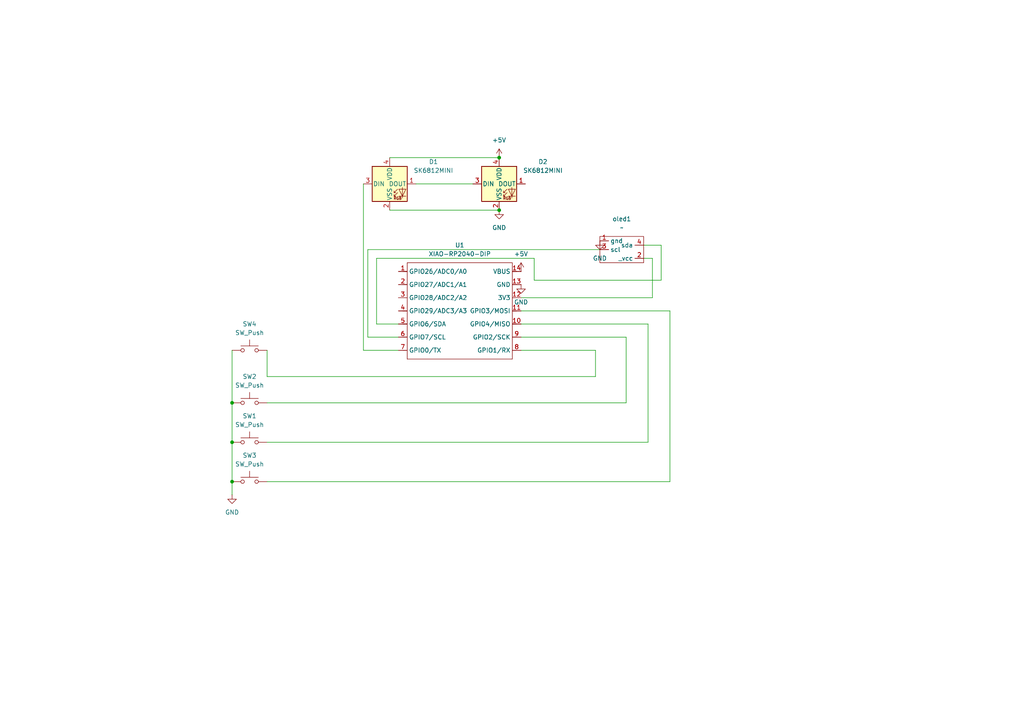
<source format=kicad_sch>
(kicad_sch
	(version 20250114)
	(generator "eeschema")
	(generator_version "9.0")
	(uuid "884f841c-4fa2-4a80-a444-0653a02ccf52")
	(paper "A4")
	(lib_symbols
		(symbol "ESP32-C6-DEVKITC-1-N8:_oled"
			(exclude_from_sim no)
			(in_bom yes)
			(on_board yes)
			(property "Reference" "oled1"
				(at 2.54 7.62 0)
				(effects
					(font
						(size 1.27 1.27)
					)
				)
			)
			(property "Value" "~"
				(at 2.54 5.08 0)
				(effects
					(font
						(size 1.27 1.27)
					)
				)
			)
			(property "Footprint" "KiCad-SSD1306-0.91-OLED-4pin-128x32.pretty-master:SSD1306-0.91-OLED-4pin-128x32"
				(at 0 0 0)
				(effects
					(font
						(size 1.27 1.27)
					)
					(hide yes)
				)
			)
			(property "Datasheet" ""
				(at 0 0 0)
				(effects
					(font
						(size 1.27 1.27)
					)
					(hide yes)
				)
			)
			(property "Description" ""
				(at 0 0 0)
				(effects
					(font
						(size 1.27 1.27)
					)
					(hide yes)
				)
			)
			(symbol "_oled_0_1"
				(rectangle
					(start -3.81 2.54)
					(end 8.89 -5.08)
					(stroke
						(width 0)
						(type default)
					)
					(fill
						(type none)
					)
				)
			)
			(symbol "_oled_1_1"
				(pin passive line
					(at -3.81 1.27 0)
					(length 2.54)
					(name "gnd"
						(effects
							(font
								(size 1.27 1.27)
							)
						)
					)
					(number "1"
						(effects
							(font
								(size 1.27 1.27)
							)
						)
					)
				)
				(pin bidirectional line
					(at -3.81 -1.27 0)
					(length 2.54)
					(name "scl"
						(effects
							(font
								(size 1.27 1.27)
							)
						)
					)
					(number "3"
						(effects
							(font
								(size 1.27 1.27)
							)
						)
					)
				)
				(pin bidirectional line
					(at 8.89 0 180)
					(length 2.54)
					(name "sda"
						(effects
							(font
								(size 1.27 1.27)
							)
						)
					)
					(number "4"
						(effects
							(font
								(size 1.27 1.27)
							)
						)
					)
				)
				(pin power_in line
					(at 8.89 -3.81 180)
					(length 2.54)
					(name "_vcc"
						(effects
							(font
								(size 1.27 1.27)
							)
						)
					)
					(number "2"
						(effects
							(font
								(size 1.27 1.27)
							)
						)
					)
				)
			)
			(embedded_fonts no)
		)
		(symbol "LED:SK6812MINI"
			(pin_names
				(offset 0.254)
			)
			(exclude_from_sim no)
			(in_bom yes)
			(on_board yes)
			(property "Reference" "D"
				(at 5.08 5.715 0)
				(effects
					(font
						(size 1.27 1.27)
					)
					(justify right bottom)
				)
			)
			(property "Value" "SK6812MINI"
				(at 1.27 -5.715 0)
				(effects
					(font
						(size 1.27 1.27)
					)
					(justify left top)
				)
			)
			(property "Footprint" "LED_SMD:LED_SK6812MINI_PLCC4_3.5x3.5mm_P1.75mm"
				(at 1.27 -7.62 0)
				(effects
					(font
						(size 1.27 1.27)
					)
					(justify left top)
					(hide yes)
				)
			)
			(property "Datasheet" "https://cdn-shop.adafruit.com/product-files/2686/SK6812MINI_REV.01-1-2.pdf"
				(at 2.54 -9.525 0)
				(effects
					(font
						(size 1.27 1.27)
					)
					(justify left top)
					(hide yes)
				)
			)
			(property "Description" "RGB LED with integrated controller"
				(at 0 0 0)
				(effects
					(font
						(size 1.27 1.27)
					)
					(hide yes)
				)
			)
			(property "ki_keywords" "RGB LED NeoPixel Mini addressable"
				(at 0 0 0)
				(effects
					(font
						(size 1.27 1.27)
					)
					(hide yes)
				)
			)
			(property "ki_fp_filters" "LED*SK6812MINI*PLCC*3.5x3.5mm*P1.75mm*"
				(at 0 0 0)
				(effects
					(font
						(size 1.27 1.27)
					)
					(hide yes)
				)
			)
			(symbol "SK6812MINI_0_0"
				(text "RGB"
					(at 2.286 -4.191 0)
					(effects
						(font
							(size 0.762 0.762)
						)
					)
				)
			)
			(symbol "SK6812MINI_0_1"
				(polyline
					(pts
						(xy 1.27 -2.54) (xy 1.778 -2.54)
					)
					(stroke
						(width 0)
						(type default)
					)
					(fill
						(type none)
					)
				)
				(polyline
					(pts
						(xy 1.27 -3.556) (xy 1.778 -3.556)
					)
					(stroke
						(width 0)
						(type default)
					)
					(fill
						(type none)
					)
				)
				(polyline
					(pts
						(xy 2.286 -1.524) (xy 1.27 -2.54) (xy 1.27 -2.032)
					)
					(stroke
						(width 0)
						(type default)
					)
					(fill
						(type none)
					)
				)
				(polyline
					(pts
						(xy 2.286 -2.54) (xy 1.27 -3.556) (xy 1.27 -3.048)
					)
					(stroke
						(width 0)
						(type default)
					)
					(fill
						(type none)
					)
				)
				(polyline
					(pts
						(xy 3.683 -1.016) (xy 3.683 -3.556) (xy 3.683 -4.064)
					)
					(stroke
						(width 0)
						(type default)
					)
					(fill
						(type none)
					)
				)
				(polyline
					(pts
						(xy 4.699 -1.524) (xy 2.667 -1.524) (xy 3.683 -3.556) (xy 4.699 -1.524)
					)
					(stroke
						(width 0)
						(type default)
					)
					(fill
						(type none)
					)
				)
				(polyline
					(pts
						(xy 4.699 -3.556) (xy 2.667 -3.556)
					)
					(stroke
						(width 0)
						(type default)
					)
					(fill
						(type none)
					)
				)
				(rectangle
					(start 5.08 5.08)
					(end -5.08 -5.08)
					(stroke
						(width 0.254)
						(type default)
					)
					(fill
						(type background)
					)
				)
			)
			(symbol "SK6812MINI_1_1"
				(pin input line
					(at -7.62 0 0)
					(length 2.54)
					(name "DIN"
						(effects
							(font
								(size 1.27 1.27)
							)
						)
					)
					(number "3"
						(effects
							(font
								(size 1.27 1.27)
							)
						)
					)
				)
				(pin power_in line
					(at 0 7.62 270)
					(length 2.54)
					(name "VDD"
						(effects
							(font
								(size 1.27 1.27)
							)
						)
					)
					(number "4"
						(effects
							(font
								(size 1.27 1.27)
							)
						)
					)
				)
				(pin power_in line
					(at 0 -7.62 90)
					(length 2.54)
					(name "VSS"
						(effects
							(font
								(size 1.27 1.27)
							)
						)
					)
					(number "2"
						(effects
							(font
								(size 1.27 1.27)
							)
						)
					)
				)
				(pin output line
					(at 7.62 0 180)
					(length 2.54)
					(name "DOUT"
						(effects
							(font
								(size 1.27 1.27)
							)
						)
					)
					(number "1"
						(effects
							(font
								(size 1.27 1.27)
							)
						)
					)
				)
			)
			(embedded_fonts no)
		)
		(symbol "Switch:SW_Push"
			(pin_numbers
				(hide yes)
			)
			(pin_names
				(offset 1.016)
				(hide yes)
			)
			(exclude_from_sim no)
			(in_bom yes)
			(on_board yes)
			(property "Reference" "SW"
				(at 1.27 2.54 0)
				(effects
					(font
						(size 1.27 1.27)
					)
					(justify left)
				)
			)
			(property "Value" "SW_Push"
				(at 0 -1.524 0)
				(effects
					(font
						(size 1.27 1.27)
					)
				)
			)
			(property "Footprint" ""
				(at 0 5.08 0)
				(effects
					(font
						(size 1.27 1.27)
					)
					(hide yes)
				)
			)
			(property "Datasheet" "~"
				(at 0 5.08 0)
				(effects
					(font
						(size 1.27 1.27)
					)
					(hide yes)
				)
			)
			(property "Description" "Push button switch, generic, two pins"
				(at 0 0 0)
				(effects
					(font
						(size 1.27 1.27)
					)
					(hide yes)
				)
			)
			(property "ki_keywords" "switch normally-open pushbutton push-button"
				(at 0 0 0)
				(effects
					(font
						(size 1.27 1.27)
					)
					(hide yes)
				)
			)
			(symbol "SW_Push_0_1"
				(circle
					(center -2.032 0)
					(radius 0.508)
					(stroke
						(width 0)
						(type default)
					)
					(fill
						(type none)
					)
				)
				(polyline
					(pts
						(xy 0 1.27) (xy 0 3.048)
					)
					(stroke
						(width 0)
						(type default)
					)
					(fill
						(type none)
					)
				)
				(circle
					(center 2.032 0)
					(radius 0.508)
					(stroke
						(width 0)
						(type default)
					)
					(fill
						(type none)
					)
				)
				(polyline
					(pts
						(xy 2.54 1.27) (xy -2.54 1.27)
					)
					(stroke
						(width 0)
						(type default)
					)
					(fill
						(type none)
					)
				)
				(pin passive line
					(at -5.08 0 0)
					(length 2.54)
					(name "1"
						(effects
							(font
								(size 1.27 1.27)
							)
						)
					)
					(number "1"
						(effects
							(font
								(size 1.27 1.27)
							)
						)
					)
				)
				(pin passive line
					(at 5.08 0 180)
					(length 2.54)
					(name "2"
						(effects
							(font
								(size 1.27 1.27)
							)
						)
					)
					(number "2"
						(effects
							(font
								(size 1.27 1.27)
							)
						)
					)
				)
			)
			(embedded_fonts no)
		)
		(symbol "opl:XIAO-RP2040-DIP"
			(exclude_from_sim no)
			(in_bom yes)
			(on_board yes)
			(property "Reference" "U"
				(at 0 0 0)
				(effects
					(font
						(size 1.27 1.27)
					)
				)
			)
			(property "Value" "XIAO-RP2040-DIP"
				(at 5.334 -1.778 0)
				(effects
					(font
						(size 1.27 1.27)
					)
				)
			)
			(property "Footprint" "Module:MOUDLE14P-XIAO-DIP-SMD"
				(at 14.478 -32.258 0)
				(effects
					(font
						(size 1.27 1.27)
					)
					(hide yes)
				)
			)
			(property "Datasheet" ""
				(at 0 0 0)
				(effects
					(font
						(size 1.27 1.27)
					)
					(hide yes)
				)
			)
			(property "Description" ""
				(at 0 0 0)
				(effects
					(font
						(size 1.27 1.27)
					)
					(hide yes)
				)
			)
			(symbol "XIAO-RP2040-DIP_1_0"
				(polyline
					(pts
						(xy -1.27 -2.54) (xy 29.21 -2.54)
					)
					(stroke
						(width 0.1524)
						(type solid)
					)
					(fill
						(type none)
					)
				)
				(polyline
					(pts
						(xy -1.27 -5.08) (xy -2.54 -5.08)
					)
					(stroke
						(width 0.1524)
						(type solid)
					)
					(fill
						(type none)
					)
				)
				(polyline
					(pts
						(xy -1.27 -5.08) (xy -1.27 -2.54)
					)
					(stroke
						(width 0.1524)
						(type solid)
					)
					(fill
						(type none)
					)
				)
				(polyline
					(pts
						(xy -1.27 -8.89) (xy -2.54 -8.89)
					)
					(stroke
						(width 0.1524)
						(type solid)
					)
					(fill
						(type none)
					)
				)
				(polyline
					(pts
						(xy -1.27 -8.89) (xy -1.27 -5.08)
					)
					(stroke
						(width 0.1524)
						(type solid)
					)
					(fill
						(type none)
					)
				)
				(polyline
					(pts
						(xy -1.27 -12.7) (xy -2.54 -12.7)
					)
					(stroke
						(width 0.1524)
						(type solid)
					)
					(fill
						(type none)
					)
				)
				(polyline
					(pts
						(xy -1.27 -12.7) (xy -1.27 -8.89)
					)
					(stroke
						(width 0.1524)
						(type solid)
					)
					(fill
						(type none)
					)
				)
				(polyline
					(pts
						(xy -1.27 -16.51) (xy -2.54 -16.51)
					)
					(stroke
						(width 0.1524)
						(type solid)
					)
					(fill
						(type none)
					)
				)
				(polyline
					(pts
						(xy -1.27 -16.51) (xy -1.27 -12.7)
					)
					(stroke
						(width 0.1524)
						(type solid)
					)
					(fill
						(type none)
					)
				)
				(polyline
					(pts
						(xy -1.27 -20.32) (xy -2.54 -20.32)
					)
					(stroke
						(width 0.1524)
						(type solid)
					)
					(fill
						(type none)
					)
				)
				(polyline
					(pts
						(xy -1.27 -24.13) (xy -2.54 -24.13)
					)
					(stroke
						(width 0.1524)
						(type solid)
					)
					(fill
						(type none)
					)
				)
				(polyline
					(pts
						(xy -1.27 -27.94) (xy -2.54 -27.94)
					)
					(stroke
						(width 0.1524)
						(type solid)
					)
					(fill
						(type none)
					)
				)
				(polyline
					(pts
						(xy -1.27 -30.48) (xy -1.27 -16.51)
					)
					(stroke
						(width 0.1524)
						(type solid)
					)
					(fill
						(type none)
					)
				)
				(polyline
					(pts
						(xy 29.21 -2.54) (xy 29.21 -5.08)
					)
					(stroke
						(width 0.1524)
						(type solid)
					)
					(fill
						(type none)
					)
				)
				(polyline
					(pts
						(xy 29.21 -5.08) (xy 29.21 -8.89)
					)
					(stroke
						(width 0.1524)
						(type solid)
					)
					(fill
						(type none)
					)
				)
				(polyline
					(pts
						(xy 29.21 -8.89) (xy 29.21 -12.7)
					)
					(stroke
						(width 0.1524)
						(type solid)
					)
					(fill
						(type none)
					)
				)
				(polyline
					(pts
						(xy 29.21 -12.7) (xy 29.21 -30.48)
					)
					(stroke
						(width 0.1524)
						(type solid)
					)
					(fill
						(type none)
					)
				)
				(polyline
					(pts
						(xy 29.21 -30.48) (xy -1.27 -30.48)
					)
					(stroke
						(width 0.1524)
						(type solid)
					)
					(fill
						(type none)
					)
				)
				(polyline
					(pts
						(xy 30.48 -5.08) (xy 29.21 -5.08)
					)
					(stroke
						(width 0.1524)
						(type solid)
					)
					(fill
						(type none)
					)
				)
				(polyline
					(pts
						(xy 30.48 -8.89) (xy 29.21 -8.89)
					)
					(stroke
						(width 0.1524)
						(type solid)
					)
					(fill
						(type none)
					)
				)
				(polyline
					(pts
						(xy 30.48 -12.7) (xy 29.21 -12.7)
					)
					(stroke
						(width 0.1524)
						(type solid)
					)
					(fill
						(type none)
					)
				)
				(polyline
					(pts
						(xy 30.48 -16.51) (xy 29.21 -16.51)
					)
					(stroke
						(width 0.1524)
						(type solid)
					)
					(fill
						(type none)
					)
				)
				(polyline
					(pts
						(xy 30.48 -20.32) (xy 29.21 -20.32)
					)
					(stroke
						(width 0.1524)
						(type solid)
					)
					(fill
						(type none)
					)
				)
				(polyline
					(pts
						(xy 30.48 -24.13) (xy 29.21 -24.13)
					)
					(stroke
						(width 0.1524)
						(type solid)
					)
					(fill
						(type none)
					)
				)
				(polyline
					(pts
						(xy 30.48 -27.94) (xy 29.21 -27.94)
					)
					(stroke
						(width 0.1524)
						(type solid)
					)
					(fill
						(type none)
					)
				)
				(pin passive line
					(at -3.81 -5.08 0)
					(length 2.54)
					(name "GPIO26/ADC0/A0"
						(effects
							(font
								(size 1.27 1.27)
							)
						)
					)
					(number "1"
						(effects
							(font
								(size 1.27 1.27)
							)
						)
					)
				)
				(pin passive line
					(at -3.81 -8.89 0)
					(length 2.54)
					(name "GPIO27/ADC1/A1"
						(effects
							(font
								(size 1.27 1.27)
							)
						)
					)
					(number "2"
						(effects
							(font
								(size 1.27 1.27)
							)
						)
					)
				)
				(pin passive line
					(at -3.81 -12.7 0)
					(length 2.54)
					(name "GPIO28/ADC2/A2"
						(effects
							(font
								(size 1.27 1.27)
							)
						)
					)
					(number "3"
						(effects
							(font
								(size 1.27 1.27)
							)
						)
					)
				)
				(pin passive line
					(at -3.81 -16.51 0)
					(length 2.54)
					(name "GPIO29/ADC3/A3"
						(effects
							(font
								(size 1.27 1.27)
							)
						)
					)
					(number "4"
						(effects
							(font
								(size 1.27 1.27)
							)
						)
					)
				)
				(pin passive line
					(at -3.81 -20.32 0)
					(length 2.54)
					(name "GPIO6/SDA"
						(effects
							(font
								(size 1.27 1.27)
							)
						)
					)
					(number "5"
						(effects
							(font
								(size 1.27 1.27)
							)
						)
					)
				)
				(pin passive line
					(at -3.81 -24.13 0)
					(length 2.54)
					(name "GPIO7/SCL"
						(effects
							(font
								(size 1.27 1.27)
							)
						)
					)
					(number "6"
						(effects
							(font
								(size 1.27 1.27)
							)
						)
					)
				)
				(pin passive line
					(at -3.81 -27.94 0)
					(length 2.54)
					(name "GPIO0/TX"
						(effects
							(font
								(size 1.27 1.27)
							)
						)
					)
					(number "7"
						(effects
							(font
								(size 1.27 1.27)
							)
						)
					)
				)
				(pin passive line
					(at 31.75 -5.08 180)
					(length 2.54)
					(name "VBUS"
						(effects
							(font
								(size 1.27 1.27)
							)
						)
					)
					(number "14"
						(effects
							(font
								(size 1.27 1.27)
							)
						)
					)
				)
				(pin passive line
					(at 31.75 -8.89 180)
					(length 2.54)
					(name "GND"
						(effects
							(font
								(size 1.27 1.27)
							)
						)
					)
					(number "13"
						(effects
							(font
								(size 1.27 1.27)
							)
						)
					)
				)
				(pin passive line
					(at 31.75 -12.7 180)
					(length 2.54)
					(name "3V3"
						(effects
							(font
								(size 1.27 1.27)
							)
						)
					)
					(number "12"
						(effects
							(font
								(size 1.27 1.27)
							)
						)
					)
				)
				(pin passive line
					(at 31.75 -16.51 180)
					(length 2.54)
					(name "GPIO3/MOSI"
						(effects
							(font
								(size 1.27 1.27)
							)
						)
					)
					(number "11"
						(effects
							(font
								(size 1.27 1.27)
							)
						)
					)
				)
				(pin passive line
					(at 31.75 -20.32 180)
					(length 2.54)
					(name "GPIO4/MISO"
						(effects
							(font
								(size 1.27 1.27)
							)
						)
					)
					(number "10"
						(effects
							(font
								(size 1.27 1.27)
							)
						)
					)
				)
				(pin passive line
					(at 31.75 -24.13 180)
					(length 2.54)
					(name "GPIO2/SCK"
						(effects
							(font
								(size 1.27 1.27)
							)
						)
					)
					(number "9"
						(effects
							(font
								(size 1.27 1.27)
							)
						)
					)
				)
				(pin passive line
					(at 31.75 -27.94 180)
					(length 2.54)
					(name "GPIO1/RX"
						(effects
							(font
								(size 1.27 1.27)
							)
						)
					)
					(number "8"
						(effects
							(font
								(size 1.27 1.27)
							)
						)
					)
				)
			)
			(embedded_fonts no)
		)
		(symbol "power:+5V"
			(power)
			(pin_numbers
				(hide yes)
			)
			(pin_names
				(offset 0)
				(hide yes)
			)
			(exclude_from_sim no)
			(in_bom yes)
			(on_board yes)
			(property "Reference" "#PWR"
				(at 0 -3.81 0)
				(effects
					(font
						(size 1.27 1.27)
					)
					(hide yes)
				)
			)
			(property "Value" "+5V"
				(at 0 3.556 0)
				(effects
					(font
						(size 1.27 1.27)
					)
				)
			)
			(property "Footprint" ""
				(at 0 0 0)
				(effects
					(font
						(size 1.27 1.27)
					)
					(hide yes)
				)
			)
			(property "Datasheet" ""
				(at 0 0 0)
				(effects
					(font
						(size 1.27 1.27)
					)
					(hide yes)
				)
			)
			(property "Description" "Power symbol creates a global label with name \"+5V\""
				(at 0 0 0)
				(effects
					(font
						(size 1.27 1.27)
					)
					(hide yes)
				)
			)
			(property "ki_keywords" "global power"
				(at 0 0 0)
				(effects
					(font
						(size 1.27 1.27)
					)
					(hide yes)
				)
			)
			(symbol "+5V_0_1"
				(polyline
					(pts
						(xy -0.762 1.27) (xy 0 2.54)
					)
					(stroke
						(width 0)
						(type default)
					)
					(fill
						(type none)
					)
				)
				(polyline
					(pts
						(xy 0 2.54) (xy 0.762 1.27)
					)
					(stroke
						(width 0)
						(type default)
					)
					(fill
						(type none)
					)
				)
				(polyline
					(pts
						(xy 0 0) (xy 0 2.54)
					)
					(stroke
						(width 0)
						(type default)
					)
					(fill
						(type none)
					)
				)
			)
			(symbol "+5V_1_1"
				(pin power_in line
					(at 0 0 90)
					(length 0)
					(name "~"
						(effects
							(font
								(size 1.27 1.27)
							)
						)
					)
					(number "1"
						(effects
							(font
								(size 1.27 1.27)
							)
						)
					)
				)
			)
			(embedded_fonts no)
		)
		(symbol "power:GND"
			(power)
			(pin_numbers
				(hide yes)
			)
			(pin_names
				(offset 0)
				(hide yes)
			)
			(exclude_from_sim no)
			(in_bom yes)
			(on_board yes)
			(property "Reference" "#PWR"
				(at 0 -6.35 0)
				(effects
					(font
						(size 1.27 1.27)
					)
					(hide yes)
				)
			)
			(property "Value" "GND"
				(at 0 -3.81 0)
				(effects
					(font
						(size 1.27 1.27)
					)
				)
			)
			(property "Footprint" ""
				(at 0 0 0)
				(effects
					(font
						(size 1.27 1.27)
					)
					(hide yes)
				)
			)
			(property "Datasheet" ""
				(at 0 0 0)
				(effects
					(font
						(size 1.27 1.27)
					)
					(hide yes)
				)
			)
			(property "Description" "Power symbol creates a global label with name \"GND\" , ground"
				(at 0 0 0)
				(effects
					(font
						(size 1.27 1.27)
					)
					(hide yes)
				)
			)
			(property "ki_keywords" "global power"
				(at 0 0 0)
				(effects
					(font
						(size 1.27 1.27)
					)
					(hide yes)
				)
			)
			(symbol "GND_0_1"
				(polyline
					(pts
						(xy 0 0) (xy 0 -1.27) (xy 1.27 -1.27) (xy 0 -2.54) (xy -1.27 -1.27) (xy 0 -1.27)
					)
					(stroke
						(width 0)
						(type default)
					)
					(fill
						(type none)
					)
				)
			)
			(symbol "GND_1_1"
				(pin power_in line
					(at 0 0 270)
					(length 0)
					(name "~"
						(effects
							(font
								(size 1.27 1.27)
							)
						)
					)
					(number "1"
						(effects
							(font
								(size 1.27 1.27)
							)
						)
					)
				)
			)
			(embedded_fonts no)
		)
	)
	(junction
		(at 67.31 128.27)
		(diameter 0)
		(color 0 0 0 0)
		(uuid "153ca860-b182-49f3-a6a5-653488392ea4")
	)
	(junction
		(at 67.31 139.7)
		(diameter 0)
		(color 0 0 0 0)
		(uuid "74233fa3-dd20-4602-9a9f-fdf786e4a20c")
	)
	(junction
		(at 144.78 60.96)
		(diameter 0)
		(color 0 0 0 0)
		(uuid "9698ebc7-b2bf-4cc3-a262-168b073b940d")
	)
	(junction
		(at 144.78 45.72)
		(diameter 0)
		(color 0 0 0 0)
		(uuid "c9723cf0-327f-478a-ba12-12a2a1c393e3")
	)
	(junction
		(at 67.31 116.84)
		(diameter 0)
		(color 0 0 0 0)
		(uuid "d1557f17-e620-47c5-a290-d24c3dc4e057")
	)
	(wire
		(pts
			(xy 172.72 101.6) (xy 172.72 109.22)
		)
		(stroke
			(width 0)
			(type default)
		)
		(uuid "1312a7ea-78bc-4f6b-96f9-4d646ea97474")
	)
	(wire
		(pts
			(xy 151.13 86.36) (xy 189.23 86.36)
		)
		(stroke
			(width 0)
			(type default)
		)
		(uuid "21c8f39b-5359-4c5d-9f1e-7ddf7c6fde35")
	)
	(wire
		(pts
			(xy 187.96 93.98) (xy 187.96 128.27)
		)
		(stroke
			(width 0)
			(type default)
		)
		(uuid "3ac6eac1-cf08-48d8-b1a7-50349759f920")
	)
	(wire
		(pts
			(xy 67.31 116.84) (xy 67.31 128.27)
		)
		(stroke
			(width 0)
			(type default)
		)
		(uuid "3e65e270-1a55-45ba-ad29-2038d4815240")
	)
	(wire
		(pts
			(xy 77.47 128.27) (xy 187.96 128.27)
		)
		(stroke
			(width 0)
			(type default)
		)
		(uuid "3f010196-0b3e-482a-b3e3-4049ccc01580")
	)
	(wire
		(pts
			(xy 67.31 139.7) (xy 67.31 143.51)
		)
		(stroke
			(width 0)
			(type default)
		)
		(uuid "42fd2bdf-59f4-49a2-8cce-e4327163aaef")
	)
	(wire
		(pts
			(xy 173.99 72.39) (xy 106.68 72.39)
		)
		(stroke
			(width 0)
			(type default)
		)
		(uuid "4c9cad86-75de-4b60-86ae-3d257cf52556")
	)
	(wire
		(pts
			(xy 105.41 101.6) (xy 115.57 101.6)
		)
		(stroke
			(width 0)
			(type default)
		)
		(uuid "4f975b09-50a7-41cb-8dd8-4106382dcc29")
	)
	(wire
		(pts
			(xy 77.47 116.84) (xy 181.61 116.84)
		)
		(stroke
			(width 0)
			(type default)
		)
		(uuid "56ace4c1-72a9-44f1-954e-7f563e894b6d")
	)
	(wire
		(pts
			(xy 151.13 90.17) (xy 194.31 90.17)
		)
		(stroke
			(width 0)
			(type default)
		)
		(uuid "57e7b522-a241-4a64-a0af-bdb3799f7215")
	)
	(wire
		(pts
			(xy 106.68 72.39) (xy 106.68 97.79)
		)
		(stroke
			(width 0)
			(type default)
		)
		(uuid "792b6254-27f9-4ef3-973f-687090c87c7c")
	)
	(wire
		(pts
			(xy 113.03 60.96) (xy 144.78 60.96)
		)
		(stroke
			(width 0)
			(type default)
		)
		(uuid "7be72ed6-c3ac-4b78-a87d-4abc091bd34d")
	)
	(wire
		(pts
			(xy 109.22 74.93) (xy 154.94 74.93)
		)
		(stroke
			(width 0)
			(type default)
		)
		(uuid "7ed4c046-481c-44d7-ad0d-a770d1c7eaa1")
	)
	(wire
		(pts
			(xy 105.41 53.34) (xy 105.41 101.6)
		)
		(stroke
			(width 0)
			(type default)
		)
		(uuid "814cd17d-eb7b-431e-96f4-23a56451e9c0")
	)
	(wire
		(pts
			(xy 151.13 101.6) (xy 172.72 101.6)
		)
		(stroke
			(width 0)
			(type default)
		)
		(uuid "819a1284-b04e-46a3-90e4-24bf1c6b622d")
	)
	(wire
		(pts
			(xy 186.69 74.93) (xy 189.23 74.93)
		)
		(stroke
			(width 0)
			(type default)
		)
		(uuid "825ea5b4-b05b-46eb-a561-d0876054ab05")
	)
	(wire
		(pts
			(xy 77.47 109.22) (xy 77.47 101.6)
		)
		(stroke
			(width 0)
			(type default)
		)
		(uuid "878239ad-ab9a-4831-af30-5dc2b4456fc7")
	)
	(wire
		(pts
			(xy 109.22 74.93) (xy 109.22 93.98)
		)
		(stroke
			(width 0)
			(type default)
		)
		(uuid "8d4ce433-56cd-4915-8f16-dfade2107b88")
	)
	(wire
		(pts
			(xy 194.31 139.7) (xy 77.47 139.7)
		)
		(stroke
			(width 0)
			(type default)
		)
		(uuid "8f1b690b-eeb0-4042-b27e-71884670a101")
	)
	(wire
		(pts
			(xy 106.68 97.79) (xy 115.57 97.79)
		)
		(stroke
			(width 0)
			(type default)
		)
		(uuid "acd41720-85a2-4b3a-8131-f1d1698b9c1d")
	)
	(wire
		(pts
			(xy 194.31 90.17) (xy 194.31 139.7)
		)
		(stroke
			(width 0)
			(type default)
		)
		(uuid "b18097db-24f7-4108-8f2a-0156a29eff41")
	)
	(wire
		(pts
			(xy 113.03 45.72) (xy 144.78 45.72)
		)
		(stroke
			(width 0)
			(type default)
		)
		(uuid "b1b37297-ecbc-4d43-aca9-887849e05bbd")
	)
	(wire
		(pts
			(xy 151.13 97.79) (xy 181.61 97.79)
		)
		(stroke
			(width 0)
			(type default)
		)
		(uuid "b61e62cc-fab6-4826-91e8-ecd144ed0094")
	)
	(wire
		(pts
			(xy 186.69 71.12) (xy 191.77 71.12)
		)
		(stroke
			(width 0)
			(type default)
		)
		(uuid "bdce35a6-2f6a-45dd-8648-59d142310311")
	)
	(wire
		(pts
			(xy 191.77 81.28) (xy 154.94 81.28)
		)
		(stroke
			(width 0)
			(type default)
		)
		(uuid "bedc36dc-3326-4829-b6ec-5faf8f73b036")
	)
	(wire
		(pts
			(xy 189.23 74.93) (xy 189.23 86.36)
		)
		(stroke
			(width 0)
			(type default)
		)
		(uuid "cde12890-70ca-48a2-a13e-fe49dd89bb02")
	)
	(wire
		(pts
			(xy 191.77 71.12) (xy 191.77 81.28)
		)
		(stroke
			(width 0)
			(type default)
		)
		(uuid "d32eb238-ae2b-494a-9fad-906738d7c9d9")
	)
	(wire
		(pts
			(xy 181.61 97.79) (xy 181.61 116.84)
		)
		(stroke
			(width 0)
			(type default)
		)
		(uuid "d8971f64-5926-469e-a26e-002e187c6618")
	)
	(wire
		(pts
			(xy 67.31 128.27) (xy 67.31 139.7)
		)
		(stroke
			(width 0)
			(type default)
		)
		(uuid "de59db0a-88de-4668-9c11-65a0cedaee59")
	)
	(wire
		(pts
			(xy 151.13 93.98) (xy 187.96 93.98)
		)
		(stroke
			(width 0)
			(type default)
		)
		(uuid "e2787f3b-9c88-4ce0-aaa8-15d6d88d0ccd")
	)
	(wire
		(pts
			(xy 67.31 101.6) (xy 67.31 116.84)
		)
		(stroke
			(width 0)
			(type default)
		)
		(uuid "e8be7299-6220-4526-a90a-f41918828e57")
	)
	(wire
		(pts
			(xy 109.22 93.98) (xy 115.57 93.98)
		)
		(stroke
			(width 0)
			(type default)
		)
		(uuid "ea192a01-3814-43c7-a4a9-b6fe82fafe87")
	)
	(wire
		(pts
			(xy 120.65 53.34) (xy 137.16 53.34)
		)
		(stroke
			(width 0)
			(type default)
		)
		(uuid "f14907ad-be5c-4f63-9522-4a0f9b7b99de")
	)
	(wire
		(pts
			(xy 172.72 109.22) (xy 77.47 109.22)
		)
		(stroke
			(width 0)
			(type default)
		)
		(uuid "f58b1f9c-3ab5-4a09-a3d8-5552b386b2f9")
	)
	(wire
		(pts
			(xy 154.94 81.28) (xy 154.94 74.93)
		)
		(stroke
			(width 0)
			(type default)
		)
		(uuid "f8b87a3c-7d36-4260-b9d6-b0d4d4b0eaee")
	)
	(symbol
		(lib_id "opl:XIAO-RP2040-DIP")
		(at 119.38 73.66 0)
		(unit 1)
		(exclude_from_sim no)
		(in_bom yes)
		(on_board yes)
		(dnp no)
		(fields_autoplaced yes)
		(uuid "08643ecc-3998-4325-87a0-4973d04243f2")
		(property "Reference" "U1"
			(at 133.35 71.12 0)
			(effects
				(font
					(size 1.27 1.27)
				)
			)
		)
		(property "Value" "XIAO-RP2040-DIP"
			(at 133.35 73.66 0)
			(effects
				(font
					(size 1.27 1.27)
				)
			)
		)
		(property "Footprint" "opl:XIAO-RP2040-DIP"
			(at 133.858 105.918 0)
			(effects
				(font
					(size 1.27 1.27)
				)
				(hide yes)
			)
		)
		(property "Datasheet" ""
			(at 119.38 73.66 0)
			(effects
				(font
					(size 1.27 1.27)
				)
				(hide yes)
			)
		)
		(property "Description" ""
			(at 119.38 73.66 0)
			(effects
				(font
					(size 1.27 1.27)
				)
				(hide yes)
			)
		)
		(pin "9"
			(uuid "4a03fb46-5c8a-49cf-b14a-0f2b86886bf9")
		)
		(pin "13"
			(uuid "f9d9f9c0-41c8-4993-b6bf-f34c6679c732")
		)
		(pin "4"
			(uuid "ca79f3e3-20e6-45d1-be35-b3de860dfa1d")
		)
		(pin "1"
			(uuid "0d0ad87c-100b-498d-a71b-8c80c6681239")
		)
		(pin "3"
			(uuid "93203b84-2852-4c5b-8936-cb4f9f717121")
		)
		(pin "5"
			(uuid "057d91b0-6d08-48e2-b906-be6e6bb28b8f")
		)
		(pin "6"
			(uuid "ffc39436-2367-4361-a1ce-e3ab95dfba06")
		)
		(pin "7"
			(uuid "9431f3e9-4c0d-4f15-b51c-dd51f2875c93")
		)
		(pin "14"
			(uuid "355bb778-4946-4a67-95e6-1d781654b107")
		)
		(pin "12"
			(uuid "cff00ab4-bc60-4e83-b56f-19315d4c287b")
		)
		(pin "2"
			(uuid "fa90cc8f-39c9-4910-a0cf-8aa3bd1ff205")
		)
		(pin "11"
			(uuid "5256a2cd-3629-4350-af1d-05bb85cad7b8")
		)
		(pin "10"
			(uuid "5278f13e-5785-4edc-af1c-42f04f14acc4")
		)
		(pin "8"
			(uuid "015349c8-8912-4b72-9938-7e240f5102a0")
		)
		(instances
			(project ""
				(path "/884f841c-4fa2-4a80-a444-0653a02ccf52"
					(reference "U1")
					(unit 1)
				)
			)
		)
	)
	(symbol
		(lib_id "power:GND")
		(at 151.13 82.55 0)
		(unit 1)
		(exclude_from_sim no)
		(in_bom yes)
		(on_board yes)
		(dnp no)
		(fields_autoplaced yes)
		(uuid "29f4d033-2f84-4b71-a65d-01aa2cced662")
		(property "Reference" "#PWR02"
			(at 151.13 88.9 0)
			(effects
				(font
					(size 1.27 1.27)
				)
				(hide yes)
			)
		)
		(property "Value" "GND"
			(at 151.13 87.63 0)
			(effects
				(font
					(size 1.27 1.27)
				)
			)
		)
		(property "Footprint" ""
			(at 151.13 82.55 0)
			(effects
				(font
					(size 1.27 1.27)
				)
				(hide yes)
			)
		)
		(property "Datasheet" ""
			(at 151.13 82.55 0)
			(effects
				(font
					(size 1.27 1.27)
				)
				(hide yes)
			)
		)
		(property "Description" "Power symbol creates a global label with name \"GND\" , ground"
			(at 151.13 82.55 0)
			(effects
				(font
					(size 1.27 1.27)
				)
				(hide yes)
			)
		)
		(pin "1"
			(uuid "014eeca2-b8bc-4029-9f88-95e7cfc1b901")
		)
		(instances
			(project "hackpad"
				(path "/884f841c-4fa2-4a80-a444-0653a02ccf52"
					(reference "#PWR02")
					(unit 1)
				)
			)
		)
	)
	(symbol
		(lib_id "power:+5V")
		(at 144.78 45.72 0)
		(unit 1)
		(exclude_from_sim no)
		(in_bom yes)
		(on_board yes)
		(dnp no)
		(fields_autoplaced yes)
		(uuid "52c1b5e6-fd06-45dd-8d1e-fd5e63176807")
		(property "Reference" "#PWR03"
			(at 144.78 49.53 0)
			(effects
				(font
					(size 1.27 1.27)
				)
				(hide yes)
			)
		)
		(property "Value" "+5V"
			(at 144.78 40.64 0)
			(effects
				(font
					(size 1.27 1.27)
				)
			)
		)
		(property "Footprint" ""
			(at 144.78 45.72 0)
			(effects
				(font
					(size 1.27 1.27)
				)
				(hide yes)
			)
		)
		(property "Datasheet" ""
			(at 144.78 45.72 0)
			(effects
				(font
					(size 1.27 1.27)
				)
				(hide yes)
			)
		)
		(property "Description" "Power symbol creates a global label with name \"+5V\""
			(at 144.78 45.72 0)
			(effects
				(font
					(size 1.27 1.27)
				)
				(hide yes)
			)
		)
		(pin "1"
			(uuid "0d13cd7b-bfa6-41b6-a78e-07b60ec6f6df")
		)
		(instances
			(project ""
				(path "/884f841c-4fa2-4a80-a444-0653a02ccf52"
					(reference "#PWR03")
					(unit 1)
				)
			)
		)
	)
	(symbol
		(lib_id "LED:SK6812MINI")
		(at 113.03 53.34 0)
		(unit 1)
		(exclude_from_sim no)
		(in_bom yes)
		(on_board yes)
		(dnp no)
		(fields_autoplaced yes)
		(uuid "719750fc-31ef-48f2-90ed-0fe51815116c")
		(property "Reference" "D1"
			(at 125.73 46.9198 0)
			(effects
				(font
					(size 1.27 1.27)
				)
			)
		)
		(property "Value" "SK6812MINI"
			(at 125.73 49.4598 0)
			(effects
				(font
					(size 1.27 1.27)
				)
			)
		)
		(property "Footprint" "LED_SMD:LED_SK6812MINI_PLCC4_3.5x3.5mm_P1.75mm"
			(at 114.3 60.96 0)
			(effects
				(font
					(size 1.27 1.27)
				)
				(justify left top)
				(hide yes)
			)
		)
		(property "Datasheet" "https://cdn-shop.adafruit.com/product-files/2686/SK6812MINI_REV.01-1-2.pdf"
			(at 115.57 62.865 0)
			(effects
				(font
					(size 1.27 1.27)
				)
				(justify left top)
				(hide yes)
			)
		)
		(property "Description" "RGB LED with integrated controller"
			(at 113.03 53.34 0)
			(effects
				(font
					(size 1.27 1.27)
				)
				(hide yes)
			)
		)
		(pin "1"
			(uuid "0b6055ce-7129-4a9b-bd01-69668a2e16d2")
		)
		(pin "4"
			(uuid "234bfb55-0797-411c-8a67-af0fbf92a514")
		)
		(pin "3"
			(uuid "04397ba3-d400-4b5d-ba42-02aafe6f24fc")
		)
		(pin "2"
			(uuid "0917acf5-56a9-48ed-a527-e81143776bef")
		)
		(instances
			(project ""
				(path "/884f841c-4fa2-4a80-a444-0653a02ccf52"
					(reference "D1")
					(unit 1)
				)
			)
		)
	)
	(symbol
		(lib_id "power:GND")
		(at 173.99 69.85 0)
		(unit 1)
		(exclude_from_sim no)
		(in_bom yes)
		(on_board yes)
		(dnp no)
		(fields_autoplaced yes)
		(uuid "b806b1ec-8872-458e-bcf9-008115c6e4e5")
		(property "Reference" "#PWR06"
			(at 173.99 76.2 0)
			(effects
				(font
					(size 1.27 1.27)
				)
				(hide yes)
			)
		)
		(property "Value" "GND"
			(at 173.99 74.93 0)
			(effects
				(font
					(size 1.27 1.27)
				)
			)
		)
		(property "Footprint" ""
			(at 173.99 69.85 0)
			(effects
				(font
					(size 1.27 1.27)
				)
				(hide yes)
			)
		)
		(property "Datasheet" ""
			(at 173.99 69.85 0)
			(effects
				(font
					(size 1.27 1.27)
				)
				(hide yes)
			)
		)
		(property "Description" "Power symbol creates a global label with name \"GND\" , ground"
			(at 173.99 69.85 0)
			(effects
				(font
					(size 1.27 1.27)
				)
				(hide yes)
			)
		)
		(pin "1"
			(uuid "ab0b8773-bffb-41d3-a649-c9b007d16025")
		)
		(instances
			(project ""
				(path "/884f841c-4fa2-4a80-a444-0653a02ccf52"
					(reference "#PWR06")
					(unit 1)
				)
			)
		)
	)
	(symbol
		(lib_id "Switch:SW_Push")
		(at 72.39 101.6 0)
		(unit 1)
		(exclude_from_sim no)
		(in_bom yes)
		(on_board yes)
		(dnp no)
		(fields_autoplaced yes)
		(uuid "c3a69f2c-b624-49c2-bfd1-8cfa5eefc15f")
		(property "Reference" "SW4"
			(at 72.39 93.98 0)
			(effects
				(font
					(size 1.27 1.27)
				)
			)
		)
		(property "Value" "SW_Push"
			(at 72.39 96.52 0)
			(effects
				(font
					(size 1.27 1.27)
				)
			)
		)
		(property "Footprint" "Button_Switch_Keyboard:SW_Cherry_MX_1.00u_PCB"
			(at 72.39 96.52 0)
			(effects
				(font
					(size 1.27 1.27)
				)
				(hide yes)
			)
		)
		(property "Datasheet" "~"
			(at 72.39 96.52 0)
			(effects
				(font
					(size 1.27 1.27)
				)
				(hide yes)
			)
		)
		(property "Description" "Push button switch, generic, two pins"
			(at 72.39 101.6 0)
			(effects
				(font
					(size 1.27 1.27)
				)
				(hide yes)
			)
		)
		(pin "1"
			(uuid "247ea4ed-26a1-4af5-abb8-171aaa9134cf")
		)
		(pin "2"
			(uuid "be038064-c460-4801-ae03-eaf48cafa4a8")
		)
		(instances
			(project "hackpad"
				(path "/884f841c-4fa2-4a80-a444-0653a02ccf52"
					(reference "SW4")
					(unit 1)
				)
			)
		)
	)
	(symbol
		(lib_id "ESP32-C6-DEVKITC-1-N8:_oled")
		(at 177.8 71.12 0)
		(unit 1)
		(exclude_from_sim no)
		(in_bom yes)
		(on_board yes)
		(dnp no)
		(fields_autoplaced yes)
		(uuid "c494063f-2461-4c09-a17d-fd7802e26123")
		(property "Reference" "oled1"
			(at 180.34 63.5 0)
			(effects
				(font
					(size 1.27 1.27)
				)
			)
		)
		(property "Value" "~"
			(at 180.34 66.04 0)
			(effects
				(font
					(size 1.27 1.27)
				)
			)
		)
		(property "Footprint" "KiCad-SSD1306-0.91-OLED-4pin-128x32.pretty-master:SSD1306-0.91-OLED-4pin-128x32"
			(at 177.8 71.12 0)
			(effects
				(font
					(size 1.27 1.27)
				)
				(hide yes)
			)
		)
		(property "Datasheet" ""
			(at 177.8 71.12 0)
			(effects
				(font
					(size 1.27 1.27)
				)
				(hide yes)
			)
		)
		(property "Description" ""
			(at 177.8 71.12 0)
			(effects
				(font
					(size 1.27 1.27)
				)
				(hide yes)
			)
		)
		(pin "1"
			(uuid "8de6dc90-c0b0-4152-a40d-da690da67e69")
		)
		(pin "3"
			(uuid "8911c79e-d709-4ffe-b0e9-7263666f02de")
		)
		(pin "4"
			(uuid "15d4b86d-5a7c-4043-bf68-5dc68203baf7")
		)
		(pin "2"
			(uuid "f4478b55-849c-4711-a95a-a756e58543b4")
		)
		(instances
			(project ""
				(path "/884f841c-4fa2-4a80-a444-0653a02ccf52"
					(reference "oled1")
					(unit 1)
				)
			)
		)
	)
	(symbol
		(lib_id "Switch:SW_Push")
		(at 72.39 128.27 0)
		(unit 1)
		(exclude_from_sim no)
		(in_bom yes)
		(on_board yes)
		(dnp no)
		(fields_autoplaced yes)
		(uuid "ce38fef7-1aad-4006-8fc7-f2211d0f9fed")
		(property "Reference" "SW1"
			(at 72.39 120.65 0)
			(effects
				(font
					(size 1.27 1.27)
				)
			)
		)
		(property "Value" "SW_Push"
			(at 72.39 123.19 0)
			(effects
				(font
					(size 1.27 1.27)
				)
			)
		)
		(property "Footprint" "Button_Switch_Keyboard:SW_Cherry_MX_1.00u_PCB"
			(at 72.39 123.19 0)
			(effects
				(font
					(size 1.27 1.27)
				)
				(hide yes)
			)
		)
		(property "Datasheet" "~"
			(at 72.39 123.19 0)
			(effects
				(font
					(size 1.27 1.27)
				)
				(hide yes)
			)
		)
		(property "Description" "Push button switch, generic, two pins"
			(at 72.39 128.27 0)
			(effects
				(font
					(size 1.27 1.27)
				)
				(hide yes)
			)
		)
		(pin "1"
			(uuid "0c42f3e5-f22a-4c10-ab2c-fe3ee7656fab")
		)
		(pin "2"
			(uuid "df62c339-d753-491c-b1f2-3a89106cb84d")
		)
		(instances
			(project ""
				(path "/884f841c-4fa2-4a80-a444-0653a02ccf52"
					(reference "SW1")
					(unit 1)
				)
			)
		)
	)
	(symbol
		(lib_id "power:GND")
		(at 67.31 143.51 0)
		(unit 1)
		(exclude_from_sim no)
		(in_bom yes)
		(on_board yes)
		(dnp no)
		(fields_autoplaced yes)
		(uuid "d40b1d4f-b073-4179-8bcb-836c20979bc8")
		(property "Reference" "#PWR01"
			(at 67.31 149.86 0)
			(effects
				(font
					(size 1.27 1.27)
				)
				(hide yes)
			)
		)
		(property "Value" "GND"
			(at 67.31 148.59 0)
			(effects
				(font
					(size 1.27 1.27)
				)
			)
		)
		(property "Footprint" ""
			(at 67.31 143.51 0)
			(effects
				(font
					(size 1.27 1.27)
				)
				(hide yes)
			)
		)
		(property "Datasheet" ""
			(at 67.31 143.51 0)
			(effects
				(font
					(size 1.27 1.27)
				)
				(hide yes)
			)
		)
		(property "Description" "Power symbol creates a global label with name \"GND\" , ground"
			(at 67.31 143.51 0)
			(effects
				(font
					(size 1.27 1.27)
				)
				(hide yes)
			)
		)
		(pin "1"
			(uuid "7c7e5e3b-065b-45dd-adc0-eb4a6088688e")
		)
		(instances
			(project ""
				(path "/884f841c-4fa2-4a80-a444-0653a02ccf52"
					(reference "#PWR01")
					(unit 1)
				)
			)
		)
	)
	(symbol
		(lib_id "power:+5V")
		(at 151.13 78.74 0)
		(unit 1)
		(exclude_from_sim no)
		(in_bom yes)
		(on_board yes)
		(dnp no)
		(fields_autoplaced yes)
		(uuid "d76477dc-c751-4381-90dd-59591732165d")
		(property "Reference" "#PWR05"
			(at 151.13 82.55 0)
			(effects
				(font
					(size 1.27 1.27)
				)
				(hide yes)
			)
		)
		(property "Value" "+5V"
			(at 151.13 73.66 0)
			(effects
				(font
					(size 1.27 1.27)
				)
			)
		)
		(property "Footprint" ""
			(at 151.13 78.74 0)
			(effects
				(font
					(size 1.27 1.27)
				)
				(hide yes)
			)
		)
		(property "Datasheet" ""
			(at 151.13 78.74 0)
			(effects
				(font
					(size 1.27 1.27)
				)
				(hide yes)
			)
		)
		(property "Description" "Power symbol creates a global label with name \"+5V\""
			(at 151.13 78.74 0)
			(effects
				(font
					(size 1.27 1.27)
				)
				(hide yes)
			)
		)
		(pin "1"
			(uuid "0a8b5b24-6344-4c6a-b5fe-105c80f5df87")
		)
		(instances
			(project ""
				(path "/884f841c-4fa2-4a80-a444-0653a02ccf52"
					(reference "#PWR05")
					(unit 1)
				)
			)
		)
	)
	(symbol
		(lib_id "LED:SK6812MINI")
		(at 144.78 53.34 0)
		(unit 1)
		(exclude_from_sim no)
		(in_bom yes)
		(on_board yes)
		(dnp no)
		(fields_autoplaced yes)
		(uuid "dd32342c-de12-47d5-9f70-2e7460e39acd")
		(property "Reference" "D2"
			(at 157.48 46.9198 0)
			(effects
				(font
					(size 1.27 1.27)
				)
			)
		)
		(property "Value" "SK6812MINI"
			(at 157.48 49.4598 0)
			(effects
				(font
					(size 1.27 1.27)
				)
			)
		)
		(property "Footprint" "LED_SMD:LED_SK6812MINI_PLCC4_3.5x3.5mm_P1.75mm"
			(at 146.05 60.96 0)
			(effects
				(font
					(size 1.27 1.27)
				)
				(justify left top)
				(hide yes)
			)
		)
		(property "Datasheet" "https://cdn-shop.adafruit.com/product-files/2686/SK6812MINI_REV.01-1-2.pdf"
			(at 147.32 62.865 0)
			(effects
				(font
					(size 1.27 1.27)
				)
				(justify left top)
				(hide yes)
			)
		)
		(property "Description" "RGB LED with integrated controller"
			(at 144.78 53.34 0)
			(effects
				(font
					(size 1.27 1.27)
				)
				(hide yes)
			)
		)
		(pin "1"
			(uuid "50fdf344-b798-4804-a8b6-c58946bb0d37")
		)
		(pin "4"
			(uuid "be4bc49d-008f-40c7-9454-b9f3a0f2226d")
		)
		(pin "3"
			(uuid "1a06f044-ab72-40fb-a09f-6568f7be1ac4")
		)
		(pin "2"
			(uuid "2bc6ae71-5a64-479e-9d14-5dc5cfba67eb")
		)
		(instances
			(project "hackpad"
				(path "/884f841c-4fa2-4a80-a444-0653a02ccf52"
					(reference "D2")
					(unit 1)
				)
			)
		)
	)
	(symbol
		(lib_id "Switch:SW_Push")
		(at 72.39 116.84 0)
		(unit 1)
		(exclude_from_sim no)
		(in_bom yes)
		(on_board yes)
		(dnp no)
		(fields_autoplaced yes)
		(uuid "de3e9f64-8558-403c-80bd-e02dcfc5d557")
		(property "Reference" "SW2"
			(at 72.39 109.22 0)
			(effects
				(font
					(size 1.27 1.27)
				)
			)
		)
		(property "Value" "SW_Push"
			(at 72.39 111.76 0)
			(effects
				(font
					(size 1.27 1.27)
				)
			)
		)
		(property "Footprint" "Button_Switch_Keyboard:SW_Cherry_MX_1.00u_PCB"
			(at 72.39 111.76 0)
			(effects
				(font
					(size 1.27 1.27)
				)
				(hide yes)
			)
		)
		(property "Datasheet" "~"
			(at 72.39 111.76 0)
			(effects
				(font
					(size 1.27 1.27)
				)
				(hide yes)
			)
		)
		(property "Description" "Push button switch, generic, two pins"
			(at 72.39 116.84 0)
			(effects
				(font
					(size 1.27 1.27)
				)
				(hide yes)
			)
		)
		(pin "1"
			(uuid "2fef3ee2-b6a4-49c1-9094-49c3f8df654f")
		)
		(pin "2"
			(uuid "0a19d075-08a0-4626-9beb-8d66ac5c634a")
		)
		(instances
			(project "hackpad"
				(path "/884f841c-4fa2-4a80-a444-0653a02ccf52"
					(reference "SW2")
					(unit 1)
				)
			)
		)
	)
	(symbol
		(lib_id "Switch:SW_Push")
		(at 72.39 139.7 0)
		(unit 1)
		(exclude_from_sim no)
		(in_bom yes)
		(on_board yes)
		(dnp no)
		(fields_autoplaced yes)
		(uuid "ea5a669d-ced4-40c5-8c8d-ac1aea2c1dad")
		(property "Reference" "SW3"
			(at 72.39 132.08 0)
			(effects
				(font
					(size 1.27 1.27)
				)
			)
		)
		(property "Value" "SW_Push"
			(at 72.39 134.62 0)
			(effects
				(font
					(size 1.27 1.27)
				)
			)
		)
		(property "Footprint" "Button_Switch_Keyboard:SW_Cherry_MX_1.00u_PCB"
			(at 72.39 134.62 0)
			(effects
				(font
					(size 1.27 1.27)
				)
				(hide yes)
			)
		)
		(property "Datasheet" "~"
			(at 72.39 134.62 0)
			(effects
				(font
					(size 1.27 1.27)
				)
				(hide yes)
			)
		)
		(property "Description" "Push button switch, generic, two pins"
			(at 72.39 139.7 0)
			(effects
				(font
					(size 1.27 1.27)
				)
				(hide yes)
			)
		)
		(pin "1"
			(uuid "141a89e1-cc79-4e2e-a357-de26b7705f73")
		)
		(pin "2"
			(uuid "39d12377-db61-4a5d-8c89-be76ad8e8eae")
		)
		(instances
			(project "hackpad"
				(path "/884f841c-4fa2-4a80-a444-0653a02ccf52"
					(reference "SW3")
					(unit 1)
				)
			)
		)
	)
	(symbol
		(lib_id "power:GND")
		(at 144.78 60.96 0)
		(unit 1)
		(exclude_from_sim no)
		(in_bom yes)
		(on_board yes)
		(dnp no)
		(fields_autoplaced yes)
		(uuid "ee4c3f6e-5f55-44c6-ae85-51b6f17bfecb")
		(property "Reference" "#PWR04"
			(at 144.78 67.31 0)
			(effects
				(font
					(size 1.27 1.27)
				)
				(hide yes)
			)
		)
		(property "Value" "GND"
			(at 144.78 66.04 0)
			(effects
				(font
					(size 1.27 1.27)
				)
			)
		)
		(property "Footprint" ""
			(at 144.78 60.96 0)
			(effects
				(font
					(size 1.27 1.27)
				)
				(hide yes)
			)
		)
		(property "Datasheet" ""
			(at 144.78 60.96 0)
			(effects
				(font
					(size 1.27 1.27)
				)
				(hide yes)
			)
		)
		(property "Description" "Power symbol creates a global label with name \"GND\" , ground"
			(at 144.78 60.96 0)
			(effects
				(font
					(size 1.27 1.27)
				)
				(hide yes)
			)
		)
		(pin "1"
			(uuid "cc2d9b5f-a75b-43f1-b60c-3c72c5c00d46")
		)
		(instances
			(project ""
				(path "/884f841c-4fa2-4a80-a444-0653a02ccf52"
					(reference "#PWR04")
					(unit 1)
				)
			)
		)
	)
	(sheet_instances
		(path "/"
			(page "1")
		)
	)
	(embedded_fonts no)
)

</source>
